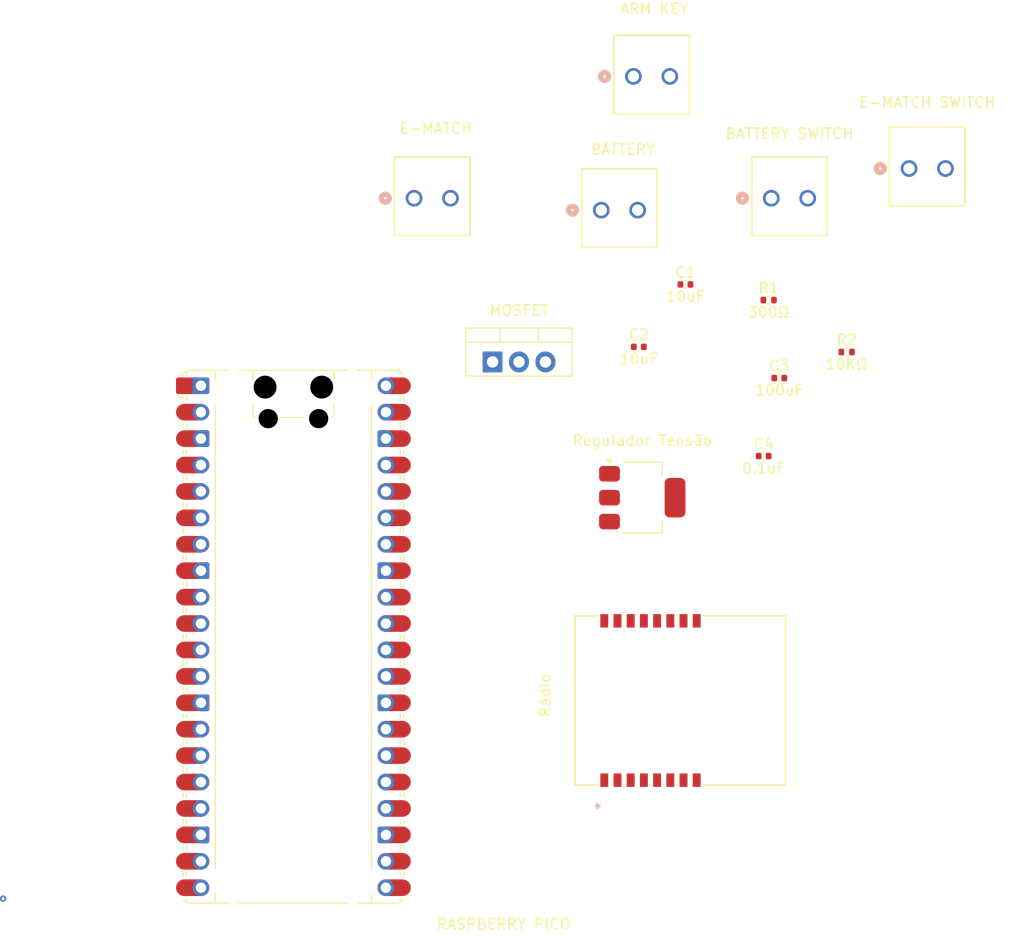
<source format=kicad_pcb>
(kicad_pcb (version 20241229) (generator "pcbnew") (generator_version "9.0")
  (layers (0 "F.Cu" signal) (2 "B.Cu" signal) (13 "F.Paste" user) (15 "B.Paste" user) (5 "F.SilkS" user "F.Silkscreen") (7 "B.SilkS" user "B.Silkscreen") (1 "F.Mask" user) (3 "B.Mask" user) (25 "Edge.Cuts" user))
  (net 0 "")
  (net 2 "Net-(A1-GPIO15)")
  (net 6 "Net-(A1-GPIO21)")
  (net 8 "Net-(A1-GPIO18)")
  (net 12 "Net-(A1-VSYS)")
  (net 19 "Net-(A1-GPIO17)")
  (net 24 "Net-(A1-GPIO19)")
  (net 25 "Net-(A1-GPIO22)")
  (net 26 "Net-(A1-GPIO10)")
  (net 30 "Net-(A1-GPIO20)")
  (net 31 "Net-(A1-GPIO16)")
  (net 32 "Net-(A1-GPIO11)")
  (net 34 "Net-(Q1-G)")
  (net 35 "Net-(ReguladorTensão1-VI)")
  (net 38 "GND")
  (net 39 "Net-(KEY1-Pin_1)")
  (net 40 "Net-(J2-Pin_2)")
  (net 41 "Net-(J2-Pin_1)")
  (net 42 "Net-(PILHAS1-Pin_1)")
  (footprint "Capacitor_SMD:C_0402_1005Metric" (layer "F.Cu") (at 175.32 97.06)
    (property "Reference" "C4" (at 0 -1.16 0) (layer "F.SilkS"))
    (property "Value" "0.1uF" (at 0 1.16 0) (layer "F.SilkS"))
    (fp_line (start -0.107836 -0.36) (end 0.107836 -0.36) (stroke (width 0.12)) (layer "F.SilkS"))
    (fp_line (start -0.107836 0.36) (end 0.107836 0.36) (stroke (width 0.12)) (layer "F.SilkS"))
    (pad "1" smd roundrect (at -0.48 0) (size 0.56 0.62) (layers "F.Cu" "F.Mask" "F.Paste") (net 12 "Net-(A1-VSYS)"))
    (pad "2" smd roundrect (at 0.48 0) (size 0.56 0.62) (layers "F.Cu" "F.Mask" "F.Paste") (net 38 "GND"))
  )
  (footprint "Package_TO_SOT_THT:TO-220-3_Vertical" (layer "F.Cu") (at 149.26 88.01)
    (property "Reference" "MOSFET" (at 2.54 -4.95 0) (layer "F.SilkS"))
    (property "Value" "IRLB8721PBF")
    (fp_line (start -2.57 -3.26) (end 7.65 -3.26) (stroke (width 0.12)) (layer "F.SilkS"))
    (fp_line (start -2.57 -1.88) (end 7.65 -1.88) (stroke (width 0.12)) (layer "F.SilkS"))
    (fp_line (start -2.57 1.36) (end -2.57 -3.26) (stroke (width 0.12)) (layer "F.SilkS"))
    (fp_line (start 0.69 -3.26) (end 0.69 -1.88) (stroke (width 0.12)) (layer "F.SilkS"))
    (fp_line (start 4.39 -3.26) (end 4.39 -1.88) (stroke (width 0.12)) (layer "F.SilkS"))
    (fp_line (start 7.65 -3.26) (end 7.65 1.36) (stroke (width 0.12)) (layer "F.SilkS"))
    (fp_line (start 7.65 1.36) (end -2.57 1.36) (stroke (width 0.12)) (layer "F.SilkS"))
    (pad "1" thru_hole rect (at 0 0) (size 1.905 2) (drill 1.1) (layers "*.Cu" "*.Mask") (net 34 "Net-(Q1-G)"))
    (pad "2" thru_hole oval (at 2.54 0) (size 1.905 2) (drill 1.1) (layers "*.Cu" "*.Mask") (net 40 "Net-(J2-Pin_2)"))
    (pad "3" thru_hole oval (at 5.08 0) (size 1.905 2) (drill 1.1) (layers "*.Cu" "*.Mask") (net 38 "GND"))
  )
  (footprint "modulo.E28-2G4M27SX:E28-2G4M27SX_CGD" (layer "F.Cu") (at 167.3 120.56 90)
    (property "Reference" "Rádio" (at 0.5 -13 90) (layer "F.SilkS"))
    (property "Value" "E28-2G4M27SX")
    (fp_line (start 8.128 -10.127) (end -8.128 -10.127) (stroke (width 0.1524)) (layer "F.SilkS"))
    (fp_line (start -8.128 -10.127) (end -8.128 -8.01874) (stroke (width 0.1524)) (layer "F.SilkS"))
    (fp_line (start 8.128662 -7.96767) (end 8.128 -10.127) (stroke (width 0.1524)) (layer "F.SilkS"))
    (fp_line (start -8.128 2.29874) (end -8.128 10.127) (stroke (width 0.1524)) (layer "F.SilkS"))
    (fp_line (start 8.134213 10.127) (end 8.131797 2.249617) (stroke (width 0.1524)) (layer "F.SilkS"))
    (fp_line (start -8.128 10.127) (end 8.134213 10.127) (stroke (width 0.1524)) (layer "F.SilkS"))
    (fp_text user "*" (at -10.16 -7.62 90) (layer "F.SilkS"))
    (fp_text user "*" (at -10.16 -7.62 90) (layer "F.SilkS"))
    (fp_text user "*" (at -10.16 -7.62 90) (layer "B.SilkS"))
    (pad "1" smd rect (at -7.6581 -7.305 90) (size 1.2954 0.762) (layers "F.Cu" "F.Mask" "F.Paste") (net 12 "Net-(A1-VSYS)"))
    (pad "2" smd rect (at -7.6581 -6.035 90) (size 1.2954 0.762) (layers "F.Cu" "F.Mask" "F.Paste") (net 38 "GND"))
    (pad "3" smd rect (at -7.6581 -4.765 90) (size 1.2954 0.762) (layers "F.Cu" "F.Mask" "F.Paste") (net 31 "Net-(A1-GPIO16)"))
    (pad "4" smd rect (at -7.6581 -3.495 90) (size 1.2954 0.762) (layers "F.Cu" "F.Mask" "F.Paste") (net 24 "Net-(A1-GPIO19)"))
    (pad "5" smd rect (at -7.6581 -2.225 90) (size 1.2954 0.762) (layers "F.Cu" "F.Mask" "F.Paste") (net 8 "Net-(A1-GPIO18)"))
    (pad "6" smd rect (at -7.6581 -0.955 90) (size 1.2954 0.762) (layers "F.Cu" "F.Mask" "F.Paste") (net 19 "Net-(A1-GPIO17)"))
    (pad "7" smd rect (at -7.6581 0.315 90) (size 1.2954 0.762) (layers "F.Cu" "F.Mask" "F.Paste") (net 38 "GND"))
    (pad "8" smd rect (at -7.6581 1.585 90) (size 1.2954 0.762) (layers "F.Cu" "F.Mask" "F.Paste") (net 26 "Net-(A1-GPIO10)"))
    (pad "9" smd rect (at 7.6581 1.585 90) (size 1.2954 0.762) (layers "F.Cu" "F.Mask" "F.Paste") (net 32 "Net-(A1-GPIO11)"))
    (pad "10" smd rect (at 7.6581 0.315 90) (size 1.2954 0.762) (layers "F.Cu" "F.Mask" "F.Paste") (net 38 "GND"))
    (pad "11" smd rect (at 7.6581 -0.955 90) (size 1.2954 0.762) (layers "F.Cu" "F.Mask" "F.Paste") (net 25 "Net-(A1-GPIO22)"))
    (pad "12" smd rect (at 7.6581 -2.225 90) (size 1.2954 0.762) (layers "F.Cu" "F.Mask" "F.Paste") (net 30 "Net-(A1-GPIO20)"))
    (pad "13" smd rect (at 7.6581 -3.495 90) (size 1.2954 0.762) (layers "F.Cu" "F.Mask" "F.Paste") (net 6 "Net-(A1-GPIO21)"))
    (pad "14" smd rect (at 7.6581 -4.765 90) (size 1.2954 0.762) (layers "F.Cu" "F.Mask" "F.Paste"))
    (pad "15" smd rect (at 7.6581 -6.035 90) (size 1.2954 0.762) (layers "F.Cu" "F.Mask" "F.Paste"))
    (pad "16" smd rect (at 7.6581 -7.305 90) (size 1.2954 0.762) (layers "F.Cu" "F.Mask" "F.Paste") (net 38 "GND"))
  )
  (footprint "Resistor_SMD:R_0402_1005Metric" (layer "F.Cu") (at 175.8 82.06)
    (property "Reference" "R1" (at 0 -1.17 0) (layer "F.SilkS"))
    (property "Value" "300Ω" (at 0 1.17 0) (layer "F.SilkS"))
    (fp_line (start -0.153641 -0.38) (end 0.153641 -0.38) (stroke (width 0.12)) (layer "F.SilkS"))
    (fp_line (start -0.153641 0.38) (end 0.153641 0.38) (stroke (width 0.12)) (layer "F.SilkS"))
    (pad "1" smd roundrect (at -0.51 0) (size 0.54 0.64) (layers "F.Cu" "F.Mask" "F.Paste") (net 34 "Net-(Q1-G)"))
    (pad "2" smd roundrect (at 0.51 0) (size 0.54 0.64) (layers "F.Cu" "F.Mask" "F.Paste") (net 2 "Net-(A1-GPIO15)"))
  )
  (footprint "Package_TO_SOT_SMD:SOT-223-3_TabPin2" (layer "F.Cu") (at 163.65 101.06)
    (property "Reference" "Regulador Tensão" (at 0 -5.5 0) (layer "F.SilkS"))
    (property "Value" "AMS1117-3.3")
    (fp_line (start -1.85 -3.41) (end 1.91 -3.41) (stroke (width 0.12)) (layer "F.SilkS"))
    (fp_line (start -1.85 3.41) (end 1.91 3.41) (stroke (width 0.12)) (layer "F.SilkS"))
    (fp_line (start 1.91 -3.41) (end 1.91 -2.15) (stroke (width 0.12)) (layer "F.SilkS"))
    (fp_line (start 1.91 3.41) (end 1.91 2.15) (stroke (width 0.12)) (layer "F.SilkS"))
    (fp_poly (pts (xy -3.13 -3.31) (xy -3.37 -3.64) (xy -2.89 -3.64) (xy -3.13 -3.31)) (stroke (width 0.12)) (fill yes) (layer "F.SilkS"))
    (pad "1" smd roundrect (at -3.15 -2.3) (size 2 1.5) (layers "F.Cu" "F.Mask" "F.Paste") (net 38 "GND"))
    (pad "2" smd roundrect (at -3.15 0) (size 2 1.5) (layers "F.Cu" "F.Mask" "F.Paste") (net 12 "Net-(A1-VSYS)"))
    (pad "2" smd roundrect (at 3.15 0) (size 2 3.8) (layers "F.Cu" "F.Mask" "F.Paste") (net 12 "Net-(A1-VSYS)"))
    (pad "3" smd roundrect (at -3.15 2.3) (size 2 1.5) (layers "F.Cu" "F.Mask" "F.Paste") (net 35 "Net-(ReguladorTensão1-VI)"))
  )
  (footprint "CONN_SD-39357-001_02P_MOL:CONN_SD-39357-001_02P_MOL" (layer "F.Cu") (at 176.056 72.271)
    (property "Reference" "BATTERY SWITCH" (at 1.744 -6.211 0) (layer "F.SilkS"))
    (property "Value" ".")
    (fp_line (start -1.8822 -3.967) (end -1.8822 3.5768) (stroke (width 0.1524)) (layer "F.SilkS"))
    (fp_line (start -1.8822 3.5768) (end 5.3822 3.5768) (stroke (width 0.1524)) (layer "F.SilkS"))
    (fp_line (start 5.3822 -3.967) (end -1.8822 -3.967) (stroke (width 0.1524)) (layer "F.SilkS"))
    (fp_line (start 5.3822 3.5768) (end 5.3822 -3.967) (stroke (width 0.1524)) (layer "F.SilkS"))
    (fp_circle (center -2.7712 0) (end -2.3902 0) (stroke (width 0.508)) (fill no) (layer "F.SilkS"))
    (fp_circle (center -2.7712 0) (end -2.3902 0) (stroke (width 0.508)) (fill no) (layer "B.SilkS"))
    (pad "1" thru_hole circle (at 0 0) (size 1.6002 1.6002) (drill 1.0922) (layers "*.Cu" "*.Mask") (net 42 "Net-(PILHAS1-Pin_1)"))
    (pad "2" thru_hole circle (at 3.500002 0) (size 1.6002 1.6002) (drill 1.0922) (layers "*.Cu" "*.Mask") (net 35 "Net-(ReguladorTensão1-VI)"))
  )
  (footprint "CONN_SD-39357-001_02P_MOL:CONN_SD-39357-001_02P_MOL" (layer "F.Cu") (at 189.299998 69.4155)
    (property "Reference" "E-MATCH SWITCH" (at 1.75 -6.3555 0) (layer "F.SilkS"))
    (property "Value" "Screw_Terminal_01x02")
    (fp_line (start -1.8822 -3.967) (end -1.8822 3.5768) (stroke (width 0.1524)) (layer "F.SilkS"))
    (fp_line (start -1.8822 3.5768) (end 5.3822 3.5768) (stroke (width 0.1524)) (layer "F.SilkS"))
    (fp_line (start 5.3822 -3.967) (end -1.8822 -3.967) (stroke (width 0.1524)) (layer "F.SilkS"))
    (fp_line (start 5.3822 3.5768) (end 5.3822 -3.967) (stroke (width 0.1524)) (layer "F.SilkS"))
    (fp_circle (center -2.7712 0) (end -2.3902 0) (stroke (width 0.508)) (fill no) (layer "F.SilkS"))
    (fp_circle (center -2.7712 0) (end -2.3902 0) (stroke (width 0.508)) (fill no) (layer "B.SilkS"))
    (pad "1" thru_hole circle (at 0 0) (size 1.6002 1.6002) (drill 1.0922) (layers "*.Cu" "*.Mask") (net 35 "Net-(ReguladorTensão1-VI)"))
    (pad "2" thru_hole circle (at 3.500002 0) (size 1.6002 1.6002) (drill 1.0922) (layers "*.Cu" "*.Mask") (net 39 "Net-(KEY1-Pin_1)"))
  )
  (footprint "Capacitor_SMD:C_0402_1005Metric" (layer "F.Cu") (at 176.82 89.56)
    (property "Reference" "C3" (at 0 -1.16 0) (layer "F.SilkS"))
    (property "Value" "100uF" (at 0 1.16 0) (layer "F.SilkS"))
    (fp_line (start -0.107836 -0.36) (end 0.107836 -0.36) (stroke (width 0.12)) (layer "F.SilkS"))
    (fp_line (start -0.107836 0.36) (end 0.107836 0.36) (stroke (width 0.12)) (layer "F.SilkS"))
    (pad "1" smd roundrect (at -0.48 0) (size 0.56 0.62) (layers "F.Cu" "F.Mask" "F.Paste") (net 12 "Net-(A1-VSYS)"))
    (pad "2" smd roundrect (at 0.48 0) (size 0.56 0.62) (layers "F.Cu" "F.Mask" "F.Paste") (net 38 "GND"))
  )
  (footprint "Capacitor_SMD:C_0402_1005Metric" (layer "F.Cu") (at 167.8 80.56)
    (property "Reference" "C1" (at 0 -1.16 0) (layer "F.SilkS"))
    (property "Value" "10uF" (at 0 1.16 0) (layer "F.SilkS"))
    (fp_line (start -0.107836 -0.36) (end 0.107836 -0.36) (stroke (width 0.12)) (layer "F.SilkS"))
    (fp_line (start -0.107836 0.36) (end 0.107836 0.36) (stroke (width 0.12)) (layer "F.SilkS"))
    (pad "1" smd roundrect (at -0.48 0) (size 0.56 0.62) (layers "F.Cu" "F.Mask" "F.Paste") (net 35 "Net-(ReguladorTensão1-VI)"))
    (pad "2" smd roundrect (at 0.48 0) (size 0.56 0.62) (layers "F.Cu" "F.Mask" "F.Paste") (net 38 "GND"))
  )
  (footprint "Capacitor_SMD:C_0402_1005Metric" (layer "F.Cu") (at 163.32 86.56)
    (property "Reference" "C2" (at 0 -1.16 0) (layer "F.SilkS"))
    (property "Value" "10uF" (at 0 1.16 0) (layer "F.SilkS"))
    (fp_line (start -0.107836 -0.36) (end 0.107836 -0.36) (stroke (width 0.12)) (layer "F.SilkS"))
    (fp_line (start -0.107836 0.36) (end 0.107836 0.36) (stroke (width 0.12)) (layer "F.SilkS"))
    (pad "1" smd roundrect (at -0.48 0) (size 0.56 0.62) (layers "F.Cu" "F.Mask" "F.Paste") (net 12 "Net-(A1-VSYS)"))
    (pad "2" smd roundrect (at 0.48 0) (size 0.56 0.62) (layers "F.Cu" "F.Mask" "F.Paste") (net 38 "GND"))
  )
  (footprint "CONN_SD-39357-001_02P_MOL:CONN_SD-39357-001_02P_MOL" (layer "F.Cu") (at 162.799998 60.56)
    (property "Reference" "ARM KEY" (at 2.000002 -6.5 0) (layer "F.SilkS"))
    (property "Value" "Screw_Terminal_01x02")
    (fp_line (start -1.8822 -3.967) (end -1.8822 3.5768) (stroke (width 0.1524)) (layer "F.SilkS"))
    (fp_line (start -1.8822 3.5768) (end 5.3822 3.5768) (stroke (width 0.1524)) (layer "F.SilkS"))
    (fp_line (start 5.3822 -3.967) (end -1.8822 -3.967) (stroke (width 0.1524)) (layer "F.SilkS"))
    (fp_line (start 5.3822 3.5768) (end 5.3822 -3.967) (stroke (width 0.1524)) (layer "F.SilkS"))
    (fp_circle (center -2.7712 0) (end -2.3902 0) (stroke (width 0.508)) (fill no) (layer "F.SilkS"))
    (fp_circle (center -2.7712 0) (end -2.3902 0) (stroke (width 0.508)) (fill no) (layer "B.SilkS"))
    (pad "1" thru_hole circle (at 0 0) (size 1.6002 1.6002) (drill 1.0922) (layers "*.Cu" "*.Mask") (net 39 "Net-(KEY1-Pin_1)"))
    (pad "2" thru_hole circle (at 3.500002 0) (size 1.6002 1.6002) (drill 1.0922) (layers "*.Cu" "*.Mask") (net 41 "Net-(J2-Pin_1)"))
  )
  (footprint "CONN_SD-39357-001_02P_MOL:CONN_SD-39357-001_02P_MOL" (layer "F.Cu") (at 141.7104 72.271)
    (property "Reference" "E-MATCH" (at 2.0896 -6.711 0) (layer "F.SilkS"))
    (property "Value" "Ignitor")
    (fp_line (start -1.8822 -3.967) (end -1.8822 3.5768) (stroke (width 0.1524)) (layer "F.SilkS"))
    (fp_line (start -1.8822 3.5768) (end 5.3822 3.5768) (stroke (width 0.1524)) (layer "F.SilkS"))
    (fp_line (start 5.3822 -3.967) (end -1.8822 -3.967) (stroke (width 0.1524)) (layer "F.SilkS"))
    (fp_line (start 5.3822 3.5768) (end 5.3822 -3.967) (stroke (width 0.1524)) (layer "F.SilkS"))
    (fp_circle (center -2.7712 0) (end -2.3902 0) (stroke (width 0.508)) (fill no) (layer "F.SilkS"))
    (fp_circle (center -2.7712 0) (end -2.3902 0) (stroke (width 0.508)) (fill no) (layer "B.SilkS"))
    (pad "1" thru_hole circle (at 0 0) (size 1.6002 1.6002) (drill 1.0922) (layers "*.Cu" "*.Mask") (net 41 "Net-(J2-Pin_1)"))
    (pad "2" thru_hole circle (at 3.500002 0) (size 1.6002 1.6002) (drill 1.0922) (layers "*.Cu" "*.Mask") (net 40 "Net-(J2-Pin_2)"))
  )
  (footprint "CONN_SD-39357-001_02P_MOL:CONN_SD-39357-001_02P_MOL" (layer "F.Cu") (at 159.7104 73.4155)
    (property "Reference" "BATTERY" (at 2.0896 -5.8555 0) (layer "F.SilkS"))
    (property "Value" "Screw_Terminal_01x02")
    (fp_line (start -1.8822 -3.967) (end -1.8822 3.5768) (stroke (width 0.1524)) (layer "F.SilkS"))
    (fp_line (start -1.8822 3.5768) (end 5.3822 3.5768) (stroke (width 0.1524)) (layer "F.SilkS"))
    (fp_line (start 5.3822 -3.967) (end -1.8822 -3.967) (stroke (width 0.1524)) (layer "F.SilkS"))
    (fp_line (start 5.3822 3.5768) (end 5.3822 -3.967) (stroke (width 0.1524)) (layer "F.SilkS"))
    (fp_circle (center -2.7712 0) (end -2.3902 0) (stroke (width 0.508)) (fill no) (layer "F.SilkS"))
    (fp_circle (center -2.7712 0) (end -2.3902 0) (stroke (width 0.508)) (fill no) (layer "B.SilkS"))
    (pad "1" thru_hole circle (at 0 0) (size 1.6002 1.6002) (drill 1.0922) (layers "*.Cu" "*.Mask") (net 42 "Net-(PILHAS1-Pin_1)"))
    (pad "2" thru_hole circle (at 3.500002 0) (size 1.6002 1.6002) (drill 1.0922) (layers "*.Cu" "*.Mask") (net 38 "GND"))
  )
  (footprint "Module:RaspberryPi_Pico_Common_Unspecified" (layer "F.Cu") (at 130.11 114.43)
    (property "Reference" "RASPBERRY PICO" (at 13.69 27.63 0) (layer "F.SilkS") (effects (justify left)))
    (property "Value" "RaspberryPi_Pico")
    (fp_line (start -10.61 -23.07) (end -11.09 -23.07) (stroke (width 0.12)) (layer "F.SilkS"))
    (fp_line (start -10.61 -23.07) (end -10.61 -22.65) (stroke (width 0.12)) (layer "F.SilkS"))
    (fp_line (start -10.61 -20.53) (end -10.61 -20.11) (stroke (width 0.12)) (layer "F.SilkS"))
    (fp_line (start -10.61 -17.99) (end -10.61 -17.57) (stroke (width 0.12)) (layer "F.SilkS"))
    (fp_line (start -10.61 -15.45) (end -10.61 -15.03) (stroke (width 0.12)) (layer "F.SilkS"))
    (fp_line (start -10.61 -12.91) (end -10.61 -12.49) (stroke (width 0.12)) (layer "F.SilkS"))
    (fp_line (start -10.61 -10.37) (end -10.61 -9.95) (stroke (width 0.12)) (layer "F.SilkS"))
    (fp_line (start -10.61 -7.83) (end -10.61 -7.41) (stroke (width 0.12)) (layer "F.SilkS"))
    (fp_line (start -10.61 -5.29) (end -10.61 -4.87) (stroke (width 0.12)) (layer "F.SilkS"))
    (fp_line (start -10.61 -2.75) (end -10.61 -2.33) (stroke (width 0.12)) (layer "F.SilkS"))
    (fp_line (start -10.61 -0.21) (end -10.61 0.21) (stroke (width 0.12)) (layer "F.SilkS"))
    (fp_line (start -10.61 2.33) (end -10.61 2.75) (stroke (width 0.12)) (layer "F.SilkS"))
    (fp_line (start -10.61 4.87) (end -10.61 5.29) (stroke (width 0.12)) (layer "F.SilkS"))
    (fp_line (start -10.61 7.41) (end -10.61 7.83) (stroke (width 0.12)) (layer "F.SilkS"))
    (fp_line (start -10.61 9.95) (end -10.61 10.37) (stroke (width 0.12)) (layer "F.SilkS"))
    (fp_line (start -10.61 12.49) (end -10.61 12.91) (stroke (width 0.12)) (layer "F.SilkS"))
    (fp_line (start -10.61 15.03) (end -10.61 15.45) (stroke (width 0.12)) (layer "F.SilkS"))
    (fp_line (start -10.61 17.57) (end -10.61 17.99) (stroke (width 0.12)) (layer "F.SilkS"))
    (fp_line (start -10.61 20.11) (end -10.61 20.53) (stroke (width 0.12)) (layer "F.SilkS"))
    (fp_line (start -10.61 22.65) (end -10.61 23.07) (stroke (width 0.12)) (layer "F.SilkS"))
    (fp_line (start -10.579676 -25.19) (end -11.09 -25.19) (stroke (width 0.12)) (layer "F.SilkS"))
    (fp_line (start -10.27 -25.189937) (end -10.27 -25.547) (stroke (width 0.12)) (layer "F.SilkS"))
    (fp_line (start -10.27 -23.07) (end -10.27 -22.65) (stroke (width 0.12)) (layer "F.SilkS"))
    (fp_line (start -10.27 -20.53) (end -10.27 -20.11) (stroke (width 0.12)) (layer "F.SilkS"))
    (fp_line (start -10.27 -17.99) (end -10.27 -17.57) (stroke (width 0.12)) (layer "F.SilkS"))
    (fp_line (start -10.27 -15.45) (end -10.27 -15.03) (stroke (width 0.12)) (layer "F.SilkS"))
    (fp_line (start -10.27 -12.91) (end -10.27 -12.49) (stroke (width 0.12)) (layer "F.SilkS"))
    (fp_line (start -10.27 -10.37) (end -10.27 -9.95) (stroke (width 0.12)) (layer "F.SilkS"))
    (fp_line (start -10.27 -7.83) (end -10.27 -7.41) (stroke (width 0.12)) (layer "F.SilkS"))
    (fp_line (start -10.27 -5.29) (end -10.27 -4.87) (stroke (width 0.12)) (layer "F.SilkS"))
    (fp_line (start -10.27 -2.75) (end -10.27 -2.33) (stroke (width 0.12)) (layer "F.SilkS"))
    (fp_line (start -10.27 -0.21) (end -10.27 0.21) (stroke (width 0.12)) (layer "F.SilkS"))
    (fp_line (start -10.27 2.33) (end -10.27 2.75) (stroke (width 0.12)) (layer "F.SilkS"))
    (fp_line (start -10.27 4.87) (end -10.27 5.29) (stroke (width 0.12)) (layer "F.SilkS"))
    (fp_line (start -10.27 7.41) (end -10.27 7.83) (stroke (width 0.12)) (layer "F.SilkS"))
    (fp_line (start -10.27 9.95) (end -10.27 10.37) (stroke (width 0.12)) (layer "F.SilkS"))
    (fp_line (start -10.27 12.49) (end -10.27 12.91) (stroke (width 0.12)) (layer "F.SilkS"))
    (fp_line (start -10.27 15.03) (end -10.27 15.45) (stroke (width 0.12)) (layer "F.SilkS"))
    (fp_line (start -10.27 17.57) (end -10.27 17.99) (stroke (width 0.12)) (layer "F.SilkS"))
    (fp_line (start -10.27 20.11) (end -10.27 20.53) (stroke (width 0.12)) (layer "F.SilkS"))
    (fp_line (start -10.27 22.65) (end -10.27 23.07) (stroke (width 0.12)) (layer "F.SilkS"))
    (fp_line (start -10.27 25.189937) (end -10.27 25.547) (stroke (width 0.12)) (layer "F.SilkS"))
    (fp_line (start -10 -25.61) (end -7.51 -25.61) (stroke (width 0.12)) (layer "F.SilkS"))
    (fp_line (start -10 25.61) (end -6.162061 25.61) (stroke (width 0.12)) (layer "F.SilkS"))
    (fp_line (start -7.51 -25.61) (end -7.51 -24.69648) (stroke (width 0.12)) (layer "F.SilkS"))
    (fp_line (start -7.51 -25.61) (end -6.16206 -25.61) (stroke (width 0.12)) (layer "F.SilkS"))
    (fp_line (start -7.51 -22.30352) (end -7.51 22.30352) (stroke (width 0.12)) (layer "F.SilkS"))
    (fp_line (start -7.51 24.69648) (end -7.51 25.61) (stroke (width 0.12)) (layer "F.SilkS"))
    (fp_line (start -5.237939 -25.61) (end -4.235 -25.61) (stroke (width 0.12)) (layer "F.SilkS"))
    (fp_line (start -4.235 -25.61) (end 4.235 -25.61) (stroke (width 0.12)) (layer "F.SilkS"))
    (fp_line (start -3.9 -25.61) (end -3.9 -24.694) (stroke (width 0.12)) (layer "F.SilkS"))
    (fp_line (start -3.9 -22.306) (end -3.9 -21.09) (stroke (width 0.12)) (layer "F.SilkS"))
    (fp_line (start -3.9 -21.09) (end -3.60391 -21.09) (stroke (width 0.12)) (layer "F.SilkS"))
    (fp_line (start -3.6 25.61) (end -5.237939 25.61) (stroke (width 0.12)) (layer "F.SilkS"))
    (fp_line (start -1.24609 -21.09) (end 1.24609 -21.09) (stroke (width 0.12)) (layer "F.SilkS"))
    (fp_line (start 3.6 25.61) (end -3.6 25.61) (stroke (width 0.12)) (layer "F.SilkS"))
    (fp_line (start 3.60391 -21.09) (end 3.9 -21.09) (stroke (width 0.12)) (layer "F.SilkS"))
    (fp_line (start 3.9 -25.61) (end 3.9 -24.694) (stroke (width 0.12)) (layer "F.SilkS"))
    (fp_line (start 3.9 -22.306) (end 3.9 -21.09) (stroke (width 0.12)) (layer "F.SilkS"))
    (fp_line (start 4.235 -25.61) (end 5.237939 -25.61) (stroke (width 0.12)) (layer "F.SilkS"))
    (fp_line (start 5.237939 25.61) (end 3.6 25.61) (stroke (width 0.12)) (layer "F.SilkS"))
    (fp_line (start 6.162061 -25.61) (end 7.51 -25.61) (stroke (width 0.12)) (layer "F.SilkS"))
    (fp_line (start 6.162061 25.61) (end 10 25.61) (stroke (width 0.12)) (layer "F.SilkS"))
    (fp_line (start 7.51 -25.61) (end 7.51 -24.69648) (stroke (width 0.12)) (layer "F.SilkS"))
    (fp_line (start 7.51 -22.30352) (end 7.51 22.30352) (stroke (width 0.12)) (layer "F.SilkS"))
    (fp_line (start 7.51 24.69648) (end 7.51 25.61) (stroke (width 0.12)) (layer "F.SilkS"))
    (fp_line (start 10 -25.61) (end 7.51 -25.61) (stroke (width 0.12)) (layer "F.SilkS"))
    (fp_line (start 10.27 -25.189937) (end 10.27 -25.547) (stroke (width 0.12)) (layer "F.SilkS"))
    (fp_line (start 10.27 -23.07) (end 10.27 -22.65) (stroke (width 0.12)) (layer "F.SilkS"))
    (fp_line (start 10.27 -20.53) (end 10.27 -20.11) (stroke (width 0.12)) (layer "F.SilkS"))
    (fp_line (start 10.27 -17.99) (end 10.27 -17.57) (stroke (width 0.12)) (layer "F.SilkS"))
    (fp_line (start 10.27 -15.45) (end 10.27 -15.03) (stroke (width 0.12)) (layer "F.SilkS"))
    (fp_line (start 10.27 -12.91) (end 10.27 -12.49) (stroke (width 0.12)) (layer "F.SilkS"))
    (fp_line (start 10.27 -10.37) (end 10.27 -9.95) (stroke (width 0.12)) (layer "F.SilkS"))
    (fp_line (start 10.27 -7.83) (end 10.27 -7.41) (stroke (width 0.12)) (layer "F.SilkS"))
    (fp_line (start 10.27 -5.29) (end 10.27 -4.87) (stroke (width 0.12)) (layer "F.SilkS"))
    (fp_line (start 10.27 -2.75) (end 10.27 -2.33) (stroke (width 0.12)) (layer "F.SilkS"))
    (fp_line (start 10.27 -0.21) (end 10.27 0.21) (stroke (width 0.12)) (layer "F.SilkS"))
    (fp_line (start 10.27 2.33) (end 10.27 2.75) (stroke (width 0.12)) (layer "F.SilkS"))
    (fp_line (start 10.27 4.87) (end 10.27 5.29) (stroke (width 0.12)) (layer "F.SilkS"))
    (fp_line (start 10.27 7.41) (end 10.27 7.83) (stroke (width 0.12)) (layer "F.SilkS"))
    (fp_line (start 10.27 9.95) (end 10.27 10.37) (stroke (width 0.12)) (layer "F.SilkS"))
    (fp_line (start 10.27 12.49) (end 10.27 12.91) (stroke (width 0.12)) (layer "F.SilkS"))
    (fp_line (start 10.27 15.03) (end 10.27 15.45) (stroke (width 0.12)) (layer "F.SilkS"))
    (fp_line (start 10.27 17.57) (end 10.27 17.99) (stroke (width 0.12)) (layer "F.SilkS"))
    (fp_line (start 10.27 20.11) (end 10.27 20.53) (stroke (width 0.12)) (layer "F.SilkS"))
    (fp_line (start 10.27 22.65) (end 10.27 23.07) (stroke (width 0.12)) (layer "F.SilkS"))
    (fp_line (start 10.27 25.189937) (end 10.27 25.547) (stroke (width 0.12)) (layer "F.SilkS"))
    (fp_line (start 10.61 -23.07) (end 10.61 -22.65) (stroke (width 0.12)) (layer "F.SilkS"))
    (fp_line (start 10.61 -20.53) (end 10.61 -20.11) (stroke (width 0.12)) (layer "F.SilkS"))
    (fp_line (start 10.61 -17.99) (end 10.61 -17.57) (stroke (width 0.12)) (layer "F.SilkS"))
    (fp_line (start 10.61 -15.45) (end 10.61 -15.03) (stroke (width 0.12)) (layer "F.SilkS"))
    (fp_line (start 10.61 -12.91) (end 10.61 -12.49) (stroke (width 0.12)) (layer "F.SilkS"))
    (fp_line (start 10.61 -10.37) (end 10.61 -9.95) (stroke (width 0.12)) (layer "F.SilkS"))
    (fp_line (start 10.61 -7.83) (end 10.61 -7.41) (stroke (width 0.12)) (layer "F.SilkS"))
    (fp_line (start 10.61 -5.29) (end 10.61 -4.87) (stroke (width 0.12)) (layer "F.SilkS"))
    (fp_line (start 10.61 -2.75) (end 10.61 -2.33) (stroke (width 0.12)) (layer "F.SilkS"))
    (fp_line (start 10.61 -0.21) (end 10.61 0.21) (stroke (width 0.12)) (layer "F.SilkS"))
    (fp_line (start 10.61 2.33) (end 10.61 2.75) (stroke (width 0.12)) (layer "F.SilkS"))
    (fp_line (start 10.61 4.87) (end 10.61 5.29) (stroke (width 0.12)) (layer "F.SilkS"))
    (fp_line (start 10.61 7.41) (end 10.61 7.83) (stroke (width 0.12)) (layer "F.SilkS"))
    (fp_line (start 10.61 9.95) (end 10.61 10.37) (stroke (width 0.12)) (layer "F.SilkS"))
    (fp_line (start 10.61 12.49) (end 10.61 12.91) (stroke (width 0.12)) (layer "F.SilkS"))
    (fp_line (start 10.61 15.03) (end 10.61 15.45) (stroke (width 0.12)) (layer "F.SilkS"))
    (fp_line (start 10.61 17.57) (end 10.61 17.99) (stroke (width 0.12)) (layer "F.SilkS"))
    (fp_line (start 10.61 20.11) (end 10.61 20.53) (stroke (width 0.12)) (layer "F.SilkS"))
    (fp_line (start 10.61 22.65) (end 10.61 23.07) (stroke (width 0.12)) (layer "F.SilkS"))
    (fp_arc (start -10.579676 -25.19) (mid -10.357938 -25.493944) (end -10 -25.61) (stroke (width 0.12)) (layer "F.SilkS"))
    (fp_arc (start -10 25.61) (mid -10.357937 25.493944) (end -10.579676 25.189937) (stroke (width 0.12)) (layer "F.SilkS"))
    (fp_arc (start 10 -25.61) (mid 10.357937 -25.493944) (end 10.579676 -25.189937) (stroke (width 0.12)) (layer "F.SilkS"))
    (fp_arc (start 10.579676 25.189937) (mid 10.357946 25.493957) (end 10 25.61) (stroke (width 0.12)) (layer "F.SilkS"))
    (pad "" np_thru_hole circle (at -2.725 -24) (size 2.2 2.2) (drill 2.2) (layers "*.Mask"))
    (pad "" np_thru_hole circle (at -2.425 -20.97) (size 1.85 1.85) (drill 1.85) (layers "*.Mask"))
    (pad "" np_thru_hole circle (at 2.425 -20.97) (size 1.85 1.85) (drill 1.85) (layers "*.Mask"))
    (pad "" np_thru_hole circle (at 2.725 -24) (size 2.2 2.2) (drill 2.2) (layers "*.Mask"))
    (pad "1" smd custom (at -9.69 -24.13) (size 1.6 0.8) (layers "F.Cu" "F.Mask") (options (clearance outline) (anchor rect)) (primitives (gr_circle (center 0.8 0) (end 1.6 0) (width 0) (fill yes)) (gr_poly (pts (xy -1.6 -0.6) (xy -1.6 0.6) (xy -1.4 0.8) (xy 0.8 0.8) (xy 0.8 -0.8) (xy -1.4 -0.8)) (width 0) (fill yes)) (gr_circle (center -1.4 -0.6) (end -1.2 -0.6) (width 0) (fill yes)) (gr_circle (center -1.4 0.6) (end -1.2 0.6) (width 0) (fill yes))))
    (pad "1" thru_hole roundrect (at -8.89 -24.13) (size 1.6 1.6) (drill 1) (layers "*.Cu" "*.Mask") (roundrect_rratio 0.125))
    (pad "2" smd roundrect (at -9.69 -21.59) (size 3.2 1.6) (layers "F.Cu" "F.Mask") (roundrect_rratio 0.5))
    (pad "2" thru_hole circle (at -8.89 -21.59) (size 1.6 1.6) (drill 1) (layers "*.Cu" "*.Mask"))
    (pad "3" smd custom (at -9.69 -19.05) (size 1.6 0.8) (layers "F.Cu" "F.Mask") (net 38 "GND") (options (clearance outline) (anchor rect)) (primitives (gr_circle (center -0.8 0) (end 0 0) (width 0) (fill yes)) (gr_poly (pts (xy 1.6 -0.6) (xy 1.6 0.6) (xy 1.4 0.8) (xy -0.8 0.8) (xy -0.8 -0.8) (xy 1.4 -0.8)) (width 0) (fill yes)) (gr_circle (center 1.4 -0.6) (end 1.6 -0.6) (width 0) (fill yes)) (gr_circle (center 1.4 0.6) (end 1.6 0.6) (width 0) (fill yes))))
    (pad "3" thru_hole custom (at -8.89 -19.05) (size 1.6 1.6) (drill 1) (layers "*.Cu" "*.Mask") (net 38 "GND") (options (clearance outline) (anchor circle)) (primitives (gr_poly (pts (xy 0.8 0.6) (xy 0.8 -0.6) (xy 0.6 -0.8) (xy 0 -0.8) (xy 0 0.8) (xy 0.6 0.8)) (width 0) (fill yes)) (gr_circle (center 0.6 0.6) (end 0.8 0.6) (width 0) (fill yes)) (gr_circle (center 0.6 -0.6) (end 0.8 -0.6) (width 0) (fill yes))))
    (pad "4" smd roundrect (at -9.69 -16.51) (size 3.2 1.6) (layers "F.Cu" "F.Mask") (roundrect_rratio 0.5))
    (pad "4" thru_hole circle (at -8.89 -16.51) (size 1.6 1.6) (drill 1) (layers "*.Cu" "*.Mask"))
    (pad "5" smd roundrect (at -9.69 -13.97) (size 3.2 1.6) (layers "F.Cu" "F.Mask") (roundrect_rratio 0.5))
    (pad "5" thru_hole circle (at -8.89 -13.97) (size 1.6 1.6) (drill 1) (layers "*.Cu" "*.Mask"))
    (pad "6" smd roundrect (at -9.69 -11.43) (size 3.2 1.6) (layers "F.Cu" "F.Mask") (roundrect_rratio 0.5))
    (pad "6" thru_hole circle (at -8.89 -11.43) (size 1.6 1.6) (drill 1) (layers "*.Cu" "*.Mask"))
    (pad "7" smd roundrect (at -9.69 -8.89) (size 3.2 1.6) (layers "F.Cu" "F.Mask") (roundrect_rratio 0.5))
    (pad "7" thru_hole circle (at -8.89 -8.89) (size 1.6 1.6) (drill 1) (layers "*.Cu" "*.Mask"))
    (pad "8" smd custom (at -9.69 -6.35) (size 1.6 0.8) (layers "F.Cu" "F.Mask") (net 38 "GND") (options (clearance outline) (anchor rect)) (primitives (gr_circle (center -0.8 0) (end 0 0) (width 0) (fill yes)) (gr_poly (pts (xy 1.6 -0.6) (xy 1.6 0.6) (xy 1.4 0.8) (xy -0.8 0.8) (xy -0.8 -0.8) (xy 1.4 -0.8)) (width 0) (fill yes)) (gr_circle (center 1.4 -0.6) (end 1.6 -0.6) (width 0) (fill yes)) (gr_circle (center 1.4 0.6) (end 1.6 0.6) (width 0) (fill yes))))
    (pad "8" thru_hole custom (at -8.89 -6.35) (size 1.6 1.6) (drill 1) (layers "*.Cu" "*.Mask") (net 38 "GND") (options (clearance outline) (anchor circle)) (primitives (gr_poly (pts (xy 0.8 0.6) (xy 0.8 -0.6) (xy 0.6 -0.8) (xy 0 -0.8) (xy 0 0.8) (xy 0.6 0.8)) (width 0) (fill yes)) (gr_circle (center 0.6 0.6) (end 0.8 0.6) (width 0) (fill yes)) (gr_circle (center 0.6 -0.6) (end 0.8 -0.6) (width 0) (fill yes))))
    (pad "9" smd roundrect (at -9.69 -3.81) (size 3.2 1.6) (layers "F.Cu" "F.Mask") (roundrect_rratio 0.5))
    (pad "9" thru_hole circle (at -8.89 -3.81) (size 1.6 1.6) (drill 1) (layers "*.Cu" "*.Mask"))
    (pad "10" smd roundrect (at -9.69 -1.27) (size 3.2 1.6) (layers "F.Cu" "F.Mask") (roundrect_rratio 0.5))
    (pad "10" thru_hole circle (at -8.89 -1.27) (size 1.6 1.6) (drill 1) (layers "*.Cu" "*.Mask"))
    (pad "11" smd roundrect (at -9.69 1.27) (size 3.2 1.6) (layers "F.Cu" "F.Mask") (roundrect_rratio 0.5))
    (pad "11" thru_hole circle (at -8.89 1.27) (size 1.6 1.6) (drill 1) (layers "*.Cu" "*.Mask"))
    (pad "12" smd roundrect (at -9.69 3.81) (size 3.2 1.6) (layers "F.Cu" "F.Mask") (roundrect_rratio 0.5))
    (pad "12" thru_hole circle (at -8.89 3.81) (size 1.6 1.6) (drill 1) (layers "*.Cu" "*.Mask"))
    (pad "13" smd custom (at -9.69 6.35) (size 1.6 0.8) (layers "F.Cu" "F.Mask") (net 38 "GND") (options (clearance outline) (anchor rect)) (primitives (gr_circle (center -0.8 0) (end 0 0) (width 0) (fill yes)) (gr_poly (pts (xy 1.6 -0.6) (xy 1.6 0.6) (xy 1.4 0.8) (xy -0.8 0.8) (xy -0.8 -0.8) (xy 1.4 -0.8)) (width 0) (fill yes)) (gr_circle (center 1.4 -0.6) (end 1.6 -0.6) (width 0) (fill yes)) (gr_circle (center 1.4 0.6) (end 1.6 0.6) (width 0) (fill yes))))
    (pad "13" thru_hole custom (at -8.89 6.35) (size 1.6 1.6) (drill 1) (layers "*.Cu" "*.Mask") (net 38 "GND") (options (clearance outline) (anchor circle)) (primitives (gr_poly (pts (xy 0.8 0.6) (xy 0.8 -0.6) (xy 0.6 -0.8) (xy 0 -0.8) (xy 0 0.8) (xy 0.6 0.8)) (width 0) (fill yes)) (gr_circle (center 0.6 0.6) (end 0.8 0.6) (width 0) (fill yes)) (gr_circle (center 0.6 -0.6) (end 0.8 -0.6) (width 0) (fill yes))))
    (pad "14" smd roundrect (at -9.69 8.89) (size 3.2 1.6) (layers "F.Cu" "F.Mask") (roundrect_rratio 0.5) (net 26 "Net-(A1-GPIO10)"))
    (pad "14" thru_hole circle (at -8.89 8.89) (size 1.6 1.6) (drill 1) (layers "*.Cu" "*.Mask") (net 26 "Net-(A1-GPIO10)"))
    (pad "15" smd roundrect (at -9.69 11.43) (size 3.2 1.6) (layers "F.Cu" "F.Mask") (roundrect_rratio 0.5) (net 32 "Net-(A1-GPIO11)"))
    (pad "15" thru_hole circle (at -8.89 11.43) (size 1.6 1.6) (drill 1) (layers "*.Cu" "*.Mask") (net 32 "Net-(A1-GPIO11)"))
    (pad "16" smd roundrect (at -9.69 13.97) (size 3.2 1.6) (layers "F.Cu" "F.Mask") (roundrect_rratio 0.5))
    (pad "16" thru_hole circle (at -8.89 13.97) (size 1.6 1.6) (drill 1) (layers "*.Cu" "*.Mask"))
    (pad "17" smd roundrect (at -9.69 16.51) (size 3.2 1.6) (layers "F.Cu" "F.Mask") (roundrect_rratio 0.5))
    (pad "17" thru_hole circle (at -8.89 16.51) (size 1.6 1.6) (drill 1) (layers "*.Cu" "*.Mask"))
    (pad "18" smd custom (at -9.69 19.05) (size 1.6 0.8) (layers "F.Cu" "F.Mask") (net 38 "GND") (options (clearance outline) (anchor rect)) (primitives (gr_circle (center -0.8 0) (end 0 0) (width 0) (fill yes)) (gr_poly (pts (xy 1.6 -0.6) (xy 1.6 0.6) (xy 1.4 0.8) (xy -0.8 0.8) (xy -0.8 -0.8) (xy 1.4 -0.8)) (width 0) (fill yes)) (gr_circle (center 1.4 -0.6) (end 1.6 -0.6) (width 0) (fill yes)) (gr_circle (center 1.4 0.6) (end 1.6 0.6) (width 0) (fill yes))))
    (pad "18" thru_hole custom (at -8.89 19.05) (size 1.6 1.6) (drill 1) (layers "*.Cu" "*.Mask") (net 38 "GND") (options (clearance outline) (anchor circle)) (primitives (gr_poly (pts (xy 0.8 0.6) (xy 0.8 -0.6) (xy 0.6 -0.8) (xy 0 -0.8) (xy 0 0.8) (xy 0.6 0.8)) (width 0) (fill yes)) (gr_circle (center 0.6 0.6) (end 0.8 0.6) (width 0) (fill yes)) (gr_circle (center 0.6 -0.6) (end 0.8 -0.6) (width 0) (fill yes))))
    (pad "19" smd roundrect (at -9.69 21.59) (size 3.2 1.6) (layers "F.Cu" "F.Mask") (roundrect_rratio 0.5))
    (pad "19" thru_hole circle (at -8.89 21.59) (size 1.6 1.6) (drill 1) (layers "*.Cu" "*.Mask"))
    (pad "20" smd roundrect (at -9.69 24.13) (size 3.2 1.6) (layers "F.Cu" "F.Mask") (roundrect_rratio 0.5) (net 2 "Net-(A1-GPIO15)"))
    (pad "20" thru_hole circle (at -8.89 24.13) (size 1.6 1.6) (drill 1) (layers "*.Cu" "*.Mask") (net 2 "Net-(A1-GPIO15)"))
    (pad "21" thru_hole circle (at 8.89 24.13) (size 1.6 1.6) (drill 1) (layers "*.Cu" "*.Mask") (net 31 "Net-(A1-GPIO16)"))
    (pad "21" smd roundrect (at 9.69 24.13) (size 3.2 1.6) (layers "F.Cu" "F.Mask") (roundrect_rratio 0.5) (net 31 "Net-(A1-GPIO16)"))
    (pad "22" thru_hole circle (at 8.89 21.59) (size 1.6 1.6) (drill 1) (layers "*.Cu" "*.Mask") (net 19 "Net-(A1-GPIO17)"))
    (pad "22" smd roundrect (at 9.69 21.59) (size 3.2 1.6) (layers "F.Cu" "F.Mask") (roundrect_rratio 0.5) (net 19 "Net-(A1-GPIO17)"))
    (pad "23" thru_hole custom (at 8.89 19.05) (size 1.6 1.6) (drill 1) (layers "*.Cu" "*.Mask") (net 38 "GND") (options (clearance outline) (anchor circle)) (primitives (gr_poly (pts (xy -0.8 0.6) (xy -0.8 -0.6) (xy -0.6 -0.8) (xy 0 -0.8) (xy 0 0.8) (xy -0.6 0.8)) (width 0) (fill yes)) (gr_circle (center -0.6 0.6) (end -0.4 0.6) (width 0) (fill yes)) (gr_circle (center -0.6 -0.6) (end -0.4 -0.6) (width 0) (fill yes))))
    (pad "23" smd custom (at 9.69 19.05) (size 1.6 0.8) (layers "F.Cu" "F.Mask") (net 38 "GND") (options (clearance outline) (anchor rect)) (primitives (gr_circle (center 0.8 0) (end 1.6 0) (width 0) (fill yes)) (gr_poly (pts (xy -1.6 -0.6) (xy -1.6 0.6) (xy -1.4 0.8) (xy 0.8 0.8) (xy 0.8 -0.8) (xy -1.4 -0.8)) (width 0) (fill yes)) (gr_circle (center -1.4 -0.6) (end -1.2 -0.6) (width 0) (fill yes)) (gr_circle (center -1.4 0.6) (end -1.2 0.6) (width 0) (fill yes))))
    (pad "24" thru_hole circle (at 8.89 16.51) (size 1.6 1.6) (drill 1) (layers "*.Cu" "*.Mask") (net 8 "Net-(A1-GPIO18)"))
    (pad "24" smd roundrect (at 9.69 16.51) (size 3.2 1.6) (layers "F.Cu" "F.Mask") (roundrect_rratio 0.5) (net 8 "Net-(A1-GPIO18)"))
    (pad "25" thru_hole circle (at 8.89 13.97) (size 1.6 1.6) (drill 1) (layers "*.Cu" "*.Mask") (net 24 "Net-(A1-GPIO19)"))
    (pad "25" smd roundrect (at 9.69 13.97) (size 3.2 1.6) (layers "F.Cu" "F.Mask") (roundrect_rratio 0.5) (net 24 "Net-(A1-GPIO19)"))
    (pad "26" thru_hole circle (at 8.89 11.43) (size 1.6 1.6) (drill 1) (layers "*.Cu" "*.Mask") (net 30 "Net-(A1-GPIO20)"))
    (pad "26" smd roundrect (at 9.69 11.43) (size 3.2 1.6) (layers "F.Cu" "F.Mask") (roundrect_rratio 0.5) (net 30 "Net-(A1-GPIO20)"))
    (pad "27" thru_hole circle (at 8.89 8.89) (size 1.6 1.6) (drill 1) (layers "*.Cu" "*.Mask") (net 6 "Net-(A1-GPIO21)"))
    (pad "27" smd roundrect (at 9.69 8.89) (size 3.2 1.6) (layers "F.Cu" "F.Mask") (roundrect_rratio 0.5) (net 6 "Net-(A1-GPIO21)"))
    (pad "28" thru_hole custom (at 8.89 6.35) (size 1.6 1.6) (drill 1) (layers "*.Cu" "*.Mask") (net 38 "GND") (options (clearance outline) (anchor circle)) (primitives (gr_poly (pts (xy -0.8 0.6) (xy -0.8 -0.6) (xy -0.6 -0.8) (xy 0 -0.8) (xy 0 0.8) (xy -0.6 0.8)) (width 0) (fill yes)) (gr_circle (center -0.6 0.6) (end -0.4 0.6) (width 0) (fill yes)) (gr_circle (center -0.6 -0.6) (end -0.4 -0.6) (width 0) (fill yes))))
    (pad "28" smd custom (at 9.69 6.35) (size 1.6 0.8) (layers "F.Cu" "F.Mask") (net 38 "GND") (options (clearance outline) (anchor rect)) (primitives (gr_circle (center 0.8 0) (end 1.6 0) (width 0) (fill yes)) (gr_poly (pts (xy -1.6 -0.6) (xy -1.6 0.6) (xy -1.4 0.8) (xy 0.8 0.8) (xy 0.8 -0.8) (xy -1.4 -0.8)) (width 0) (fill yes)) (gr_circle (center -1.4 -0.6) (end -1.2 -0.6) (width 0) (fill yes)) (gr_circle (center -1.4 0.6) (end -1.2 0.6) (width 0) (fill yes))))
    (pad "29" thru_hole circle (at 8.89 3.81) (size 1.6 1.6) (drill 1) (layers "*.Cu" "*.Mask") (net 25 "Net-(A1-GPIO22)"))
    (pad "29" smd roundrect (at 9.69 3.81) (size 3.2 1.6) (layers "F.Cu" "F.Mask") (roundrect_rratio 0.5) (net 25 "Net-(A1-GPIO22)"))
    (pad "30" thru_hole circle (at 8.89 1.27) (size 1.6 1.6) (drill 1) (layers "*.Cu" "*.Mask"))
    (pad "30" smd roundrect (at 9.69 1.27) (size 3.2 1.6) (layers "F.Cu" "F.Mask") (roundrect_rratio 0.5))
    (pad "31" thru_hole circle (at 8.89 -1.27) (size 1.6 1.6) (drill 1) (layers "*.Cu" "*.Mask"))
    (pad "31" smd roundrect (at 9.69 -1.27) (size 3.2 1.6) (layers "F.Cu" "F.Mask") (roundrect_rratio 0.5))
    (pad "32" thru_hole circle (at 8.89 -3.81) (size 1.6 1.6) (drill 1) (layers "*.Cu" "*.Mask"))
    (pad "32" smd roundrect (at 9.69 -3.81) (size 3.2 1.6) (layers "F.Cu" "F.Mask") (roundrect_rratio 0.5))
    (pad "33" thru_hole custom (at 8.89 -6.35) (size 1.6 1.6) (drill 1) (layers "*.Cu" "*.Mask") (options (clearance outline) (anchor circle)) (primitives (gr_poly (pts (xy -0.8 0.6) (xy -0.8 -0.6) (xy -0.6 -0.8) (xy 0 -0.8) (xy 0 0.8) (xy -0.6 0.8)) (width 0) (fill yes)) (gr_circle (center -0.6 0.6) (end -0.4 0.6) (width 0) (fill yes)) (gr_circle (center -0.6 -0.6) (end -0.4 -0.6) (width 0) (fill yes))))
    (pad "33" smd custom (at 9.69 -6.35) (size 1.6 0.8) (layers "F.Cu" "F.Mask") (options (clearance outline) (anchor rect)) (primitives (gr_circle (center 0.8 0) (end 1.6 0) (width 0) (fill yes)) (gr_poly (pts (xy -1.6 -0.6) (xy -1.6 0.6) (xy -1.4 0.8) (xy 0.8 0.8) (xy 0.8 -0.8) (xy -1.4 -0.8)) (width 0) (fill yes)) (gr_circle (center -1.4 -0.6) (end -1.2 -0.6) (width 0) (fill yes)) (gr_circle (center -1.4 0.6) (end -1.2 0.6) (width 0) (fill yes))))
    (pad "34" thru_hole circle (at 8.89 -8.89) (size 1.6 1.6) (drill 1) (layers "*.Cu" "*.Mask"))
    (pad "34" smd roundrect (at 9.69 -8.89) (size 3.2 1.6) (layers "F.Cu" "F.Mask") (roundrect_rratio 0.5))
    (pad "35" thru_hole circle (at 8.89 -11.43) (size 1.6 1.6) (drill 1) (layers "*.Cu" "*.Mask"))
    (pad "35" smd roundrect (at 9.69 -11.43) (size 3.2 1.6) (layers "F.Cu" "F.Mask") (roundrect_rratio 0.5))
    (pad "36" thru_hole circle (at 8.89 -13.97) (size 1.6 1.6) (drill 1) (layers "*.Cu" "*.Mask"))
    (pad "36" smd roundrect (at 9.69 -13.97) (size 3.2 1.6) (layers "F.Cu" "F.Mask") (roundrect_rratio 0.5))
    (pad "37" thru_hole circle (at 8.89 -16.51) (size 1.6 1.6) (drill 1) (layers "*.Cu" "*.Mask"))
    (pad "37" smd roundrect (at 9.69 -16.51) (size 3.2 1.6) (layers "F.Cu" "F.Mask") (roundrect_rratio 0.5))
    (pad "38" thru_hole custom (at 8.89 -19.05) (size 1.6 1.6) (drill 1) (layers "*.Cu" "*.Mask") (net 38 "GND") (options (clearance outline) (anchor circle)) (primitives (gr_poly (pts (xy -0.8 0.6) (xy -0.8 -0.6) (xy -0.6 -0.8) (xy 0 -0.8) (xy 0 0.8) (xy -0.6 0.8)) (width 0) (fill yes)) (gr_circle (center -0.6 0.6) (end -0.4 0.6) (width 0) (fill yes)) (gr_circle (center -0.6 -0.6) (end -0.4 -0.6) (width 0) (fill yes))))
    (pad "38" smd custom (at 9.69 -19.05) (size 1.6 0.8) (layers "F.Cu" "F.Mask") (net 38 "GND") (options (clearance outline) (anchor rect)) (primitives (gr_circle (center 0.8 0) (end 1.6 0) (width 0) (fill yes)) (gr_poly (pts (xy -1.6 -0.6) (xy -1.6 0.6) (xy -1.4 0.8) (xy 0.8 0.8) (xy 0.8 -0.8) (xy -1.4 -0.8)) (width 0) (fill yes)) (gr_circle (center -1.4 -0.6) (end -1.2 -0.6) (width 0) (fill yes)) (gr_circle (center -1.4 0.6) (end -1.2 0.6) (width 0) (fill yes))))
    (pad "39" thru_hole circle (at 8.89 -21.59) (size 1.6 1.6) (drill 1) (layers "*.Cu" "*.Mask") (net 12 "Net-(A1-VSYS)"))
    (pad "39" smd roundrect (at 9.69 -21.59) (size 3.2 1.6) (layers "F.Cu" "F.Mask") (roundrect_rratio 0.5) (net 12 "Net-(A1-VSYS)"))
    (pad "40" thru_hole circle (at 8.89 -24.13) (size 1.6 1.6) (drill 1) (layers "*.Cu" "*.Mask"))
    (pad "40" smd roundrect (at 9.69 -24.13) (size 3.2 1.6) (layers "F.Cu" "F.Mask") (roundrect_rratio 0.5))
  )
  (footprint "Resistor_SMD:R_0402_1005Metric" (layer "F.Cu") (at 183.3 87.06)
    (property "Reference" "R2" (at 0 -1.17 0) (layer "F.SilkS"))
    (property "Value" "10KΩ" (at 0 1.17 0) (layer "F.SilkS"))
    (fp_line (start -0.153641 -0.38) (end 0.153641 -0.38) (stroke (width 0.12)) (layer "F.SilkS"))
    (fp_line (start -0.153641 0.38) (end 0.153641 0.38) (stroke (width 0.12)) (layer "F.SilkS"))
    (pad "1" smd roundrect (at -0.51 0) (size 0.54 0.64) (layers "F.Cu" "F.Mask" "F.Paste") (net 38 "GND"))
    (pad "2" smd roundrect (at 0.51 0) (size 0.54 0.64) (layers "F.Cu" "F.Mask" "F.Paste") (net 34 "Net-(Q1-G)"))
  )
  (via (at 102.2 139.60898) (size 0.6) (drill 0.3) (layers "F.Cu" "B.Cu") (net 0))
)
</source>
